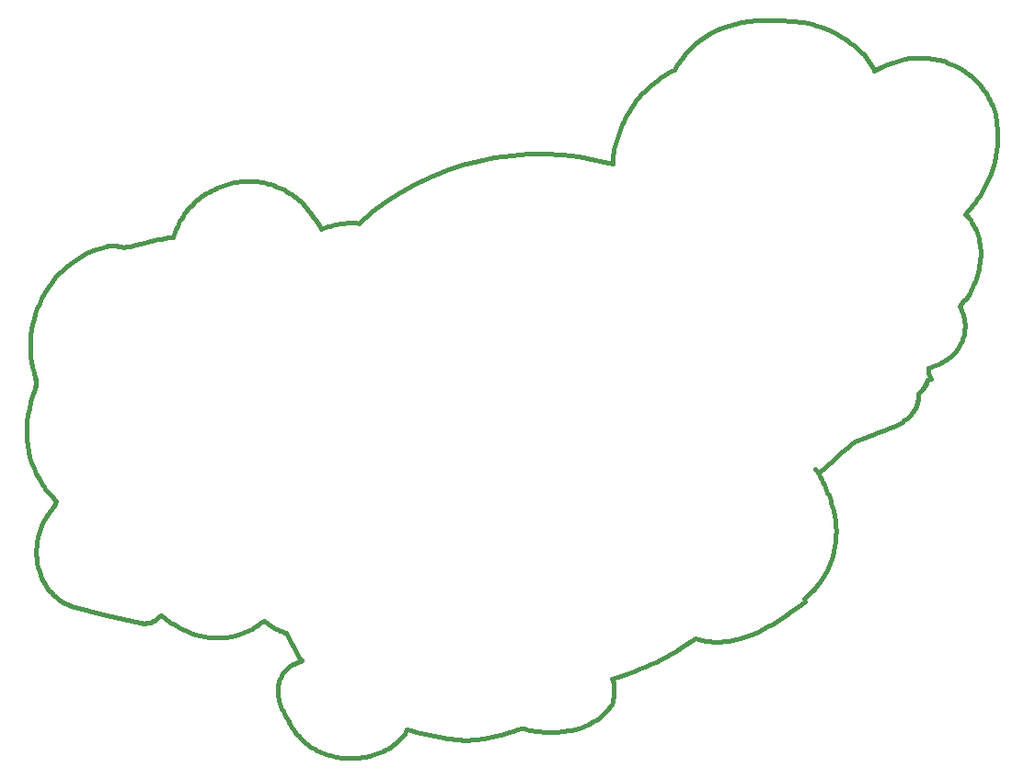
<source format=gbr>
%TF.GenerationSoftware,KiCad,Pcbnew,(6.0.1)*%
%TF.CreationDate,2022-05-04T14:42:35-07:00*%
%TF.ProjectId,Foxy_Pride,466f7879-5f50-4726-9964-652e6b696361,rev?*%
%TF.SameCoordinates,Original*%
%TF.FileFunction,Profile,NP*%
%FSLAX46Y46*%
G04 Gerber Fmt 4.6, Leading zero omitted, Abs format (unit mm)*
G04 Created by KiCad (PCBNEW (6.0.1)) date 2022-05-04 14:42:35*
%MOMM*%
%LPD*%
G01*
G04 APERTURE LIST*
%TA.AperFunction,Profile*%
%ADD10C,0.396874*%
%TD*%
G04 APERTURE END LIST*
D10*
X27615228Y-85344000D02*
X27716787Y-85655547D01*
X27716787Y-85655547D02*
X27838250Y-85956957D01*
X27838250Y-85956957D02*
X27978829Y-86247489D01*
X27978829Y-86247489D02*
X28137735Y-86526401D01*
X28137735Y-86526401D02*
X28314180Y-86792955D01*
X28314180Y-86792955D02*
X28507376Y-87046409D01*
X28507376Y-87046409D02*
X28716532Y-87286023D01*
X28716532Y-87286023D02*
X28940862Y-87511057D01*
X28940862Y-87511057D02*
X29179577Y-87720771D01*
X29179577Y-87720771D02*
X29431887Y-87914423D01*
X29431887Y-87914423D02*
X29697004Y-88091274D01*
X29697004Y-88091274D02*
X29974140Y-88250583D01*
X29974140Y-88250583D02*
X30262507Y-88391610D01*
X30262507Y-88391610D02*
X30561315Y-88513614D01*
X30561315Y-88513614D02*
X30869776Y-88615856D01*
X30869776Y-88615856D02*
X31187101Y-88697594D01*
X31187101Y-88697594D02*
X31850875Y-88847103D01*
X31850875Y-88847103D02*
X32517625Y-89006658D01*
X32517625Y-89006658D02*
X33842196Y-89336557D01*
X33842196Y-89336557D02*
X35349825Y-89712104D01*
X35349825Y-89712104D02*
X36116476Y-89894108D01*
X36116476Y-89894108D02*
X36890195Y-90066811D01*
X36890195Y-90066811D02*
X37014136Y-90088388D01*
X37014136Y-90088388D02*
X37138249Y-90101620D01*
X37138249Y-90101620D02*
X37262160Y-90106631D01*
X37262160Y-90106631D02*
X37385494Y-90103543D01*
X37385494Y-90103543D02*
X37507876Y-90092479D01*
X37507876Y-90092479D02*
X37628931Y-90073561D01*
X37628931Y-90073561D02*
X37748285Y-90046913D01*
X37748285Y-90046913D02*
X37865563Y-90012656D01*
X37865563Y-90012656D02*
X37980390Y-89970915D01*
X37980390Y-89970915D02*
X38092392Y-89921810D01*
X38092392Y-89921810D02*
X38201193Y-89865466D01*
X38201193Y-89865466D02*
X38306418Y-89802005D01*
X38306418Y-89802005D02*
X38407694Y-89731549D01*
X38407694Y-89731549D02*
X38504645Y-89654222D01*
X38504645Y-89654222D02*
X38596896Y-89570145D01*
X38596896Y-89570145D02*
X38684072Y-89479443D01*
X38684072Y-89479443D02*
X38711852Y-89451651D01*
X38711852Y-89451651D02*
X38850757Y-89332586D01*
X38850757Y-89332586D02*
X38952189Y-89424279D01*
X38952189Y-89424279D02*
X39055162Y-89514191D01*
X39055162Y-89514191D02*
X39159652Y-89602303D01*
X39159652Y-89602303D02*
X39265635Y-89688596D01*
X39265635Y-89688596D02*
X39373089Y-89773052D01*
X39373089Y-89773052D02*
X39481989Y-89855652D01*
X39481989Y-89855652D02*
X39592312Y-89936378D01*
X39592312Y-89936378D02*
X39704034Y-90015209D01*
X39704034Y-90015209D02*
X40056490Y-90257442D01*
X40056490Y-90257442D02*
X40420282Y-90477267D01*
X40420282Y-90477267D02*
X40794362Y-90674507D01*
X40794362Y-90674507D02*
X41177684Y-90848985D01*
X41177684Y-90848985D02*
X41569203Y-91000522D01*
X41569203Y-91000522D02*
X41967870Y-91128942D01*
X41967870Y-91128942D02*
X42372641Y-91234067D01*
X42372641Y-91234067D02*
X42782468Y-91315719D01*
X42782468Y-91315719D02*
X43196305Y-91373722D01*
X43196305Y-91373722D02*
X43613105Y-91407898D01*
X43613105Y-91407898D02*
X44031823Y-91418069D01*
X44031823Y-91418069D02*
X44451411Y-91404058D01*
X44451411Y-91404058D02*
X44870822Y-91365687D01*
X44870822Y-91365687D02*
X45289012Y-91302780D01*
X45289012Y-91302780D02*
X45704932Y-91215158D01*
X45704932Y-91215158D02*
X46117537Y-91102644D01*
X46117537Y-91102644D02*
X46338776Y-91020793D01*
X46338776Y-91020793D02*
X46556620Y-90930922D01*
X46556620Y-90930922D02*
X46770855Y-90833142D01*
X46770855Y-90833142D02*
X46981269Y-90727565D01*
X46981269Y-90727565D02*
X47187648Y-90614304D01*
X47187648Y-90614304D02*
X47389779Y-90493471D01*
X47389779Y-90493471D02*
X47587450Y-90365177D01*
X47587450Y-90365177D02*
X47780446Y-90229534D01*
X47780446Y-90229534D02*
X47897896Y-90150838D01*
X47897896Y-90150838D02*
X48011626Y-90076236D01*
X48011626Y-90076236D02*
X48120890Y-90006845D01*
X48120890Y-90006845D02*
X48173616Y-89974452D01*
X48173616Y-89974452D02*
X48224946Y-89943781D01*
X48224946Y-89943781D02*
X48292415Y-89904087D01*
X48292415Y-89904087D02*
X48407228Y-89992591D01*
X48407228Y-89992591D02*
X48523844Y-90078503D01*
X48523844Y-90078503D02*
X48642218Y-90161798D01*
X48642218Y-90161798D02*
X48762303Y-90242453D01*
X48762303Y-90242453D02*
X48884056Y-90320442D01*
X48884056Y-90320442D02*
X49007430Y-90395743D01*
X49007430Y-90395743D02*
X49132381Y-90468329D01*
X49132381Y-90468329D02*
X49258864Y-90538178D01*
X49258864Y-90538178D02*
X49386833Y-90605265D01*
X49386833Y-90605265D02*
X49516243Y-90669566D01*
X49516243Y-90669566D02*
X49647050Y-90731055D01*
X49647050Y-90731055D02*
X49779207Y-90789710D01*
X49779207Y-90789710D02*
X49912671Y-90845505D01*
X49912671Y-90845505D02*
X50047395Y-90898417D01*
X50047395Y-90898417D02*
X50183335Y-90948421D01*
X50183335Y-90948421D02*
X50320445Y-90995493D01*
X50320445Y-90995493D02*
X50484778Y-91322292D01*
X50484778Y-91322292D02*
X50653227Y-91646934D01*
X50653227Y-91646934D02*
X50825772Y-91969382D01*
X50825772Y-91969382D02*
X51002391Y-92289599D01*
X51002391Y-92289599D02*
X51183063Y-92607546D01*
X51183063Y-92607546D02*
X51367768Y-92923186D01*
X51367768Y-92923186D02*
X51556483Y-93236481D01*
X51556483Y-93236481D02*
X51749188Y-93547394D01*
X51749188Y-93547394D02*
X51663567Y-93577579D01*
X51663567Y-93577579D02*
X51578552Y-93609366D01*
X51578552Y-93609366D02*
X51494166Y-93642743D01*
X51494166Y-93642743D02*
X51410431Y-93677701D01*
X51410431Y-93677701D02*
X51327369Y-93714231D01*
X51327369Y-93714231D02*
X51245003Y-93752323D01*
X51245003Y-93752323D02*
X51163355Y-93791967D01*
X51163355Y-93791967D02*
X51082447Y-93833153D01*
X51082447Y-93833153D02*
X50956741Y-93899348D01*
X50956741Y-93899348D02*
X50835138Y-93971531D01*
X50835138Y-93971531D02*
X50717814Y-94049497D01*
X50717814Y-94049497D02*
X50604944Y-94133040D01*
X50604944Y-94133040D02*
X50496703Y-94221957D01*
X50496703Y-94221957D02*
X50393265Y-94316043D01*
X50393265Y-94316043D02*
X50294807Y-94415091D01*
X50294807Y-94415091D02*
X50201502Y-94518898D01*
X50201502Y-94518898D02*
X50113527Y-94627258D01*
X50113527Y-94627258D02*
X50031057Y-94739966D01*
X50031057Y-94739966D02*
X49954266Y-94856819D01*
X49954266Y-94856819D02*
X49883329Y-94977609D01*
X49883329Y-94977609D02*
X49818422Y-95102134D01*
X49818422Y-95102134D02*
X49759720Y-95230187D01*
X49759720Y-95230187D02*
X49707398Y-95361564D01*
X49707398Y-95361564D02*
X49661632Y-95496059D01*
X49661632Y-95496059D02*
X49627867Y-95628015D01*
X49627867Y-95628015D02*
X49600809Y-95759654D01*
X49600809Y-95759654D02*
X49580184Y-95890893D01*
X49580184Y-95890893D02*
X49565723Y-96021649D01*
X49565723Y-96021649D02*
X49557153Y-96151838D01*
X49557153Y-96151838D02*
X49554205Y-96281377D01*
X49554205Y-96281377D02*
X49564087Y-96538169D01*
X49564087Y-96538169D02*
X49593201Y-96791356D01*
X49593201Y-96791356D02*
X49639377Y-97040270D01*
X49639377Y-97040270D02*
X49700448Y-97284243D01*
X49700448Y-97284243D02*
X49774245Y-97522605D01*
X49774245Y-97522605D02*
X49858599Y-97754688D01*
X49858599Y-97754688D02*
X49951342Y-97979825D01*
X49951342Y-97979825D02*
X50050306Y-98197345D01*
X50050306Y-98197345D02*
X50153322Y-98406581D01*
X50153322Y-98406581D02*
X50362836Y-98797525D01*
X50362836Y-98797525D02*
X50562536Y-99147308D01*
X50562536Y-99147308D02*
X50577233Y-99171107D01*
X50577233Y-99171107D02*
X50591558Y-99194812D01*
X50591558Y-99194812D02*
X50619092Y-99241570D01*
X50619092Y-99241570D02*
X50669693Y-99329876D01*
X50669693Y-99329876D02*
X50784538Y-99521305D01*
X50784538Y-99521305D02*
X50891942Y-99697479D01*
X50891942Y-99697479D02*
X50993393Y-99859517D01*
X50993393Y-99859517D02*
X51090378Y-100008533D01*
X51090378Y-100008533D02*
X51149910Y-100091881D01*
X51149910Y-100091881D02*
X51230608Y-100198105D01*
X51230608Y-100198105D02*
X51313691Y-100302406D01*
X51313691Y-100302406D02*
X51399125Y-100404744D01*
X51399125Y-100404744D02*
X51486874Y-100505081D01*
X51486874Y-100505081D02*
X51576904Y-100603378D01*
X51576904Y-100603378D02*
X51669178Y-100699594D01*
X51669178Y-100699594D02*
X51763661Y-100793692D01*
X51763661Y-100793692D02*
X51860319Y-100885632D01*
X51860319Y-100885632D02*
X51957292Y-100974546D01*
X51957292Y-100974546D02*
X52056422Y-101060953D01*
X52056422Y-101060953D02*
X52157662Y-101144813D01*
X52157662Y-101144813D02*
X52260960Y-101226089D01*
X52260960Y-101226089D02*
X52366268Y-101304744D01*
X52366268Y-101304744D02*
X52473536Y-101380739D01*
X52473536Y-101380739D02*
X52582715Y-101454037D01*
X52582715Y-101454037D02*
X52693755Y-101524601D01*
X52693755Y-101524601D02*
X52749316Y-101556353D01*
X52749316Y-101556353D02*
X52950223Y-101670520D01*
X52950223Y-101670520D02*
X53154368Y-101777863D01*
X53154368Y-101777863D02*
X53361573Y-101878334D01*
X53361573Y-101878334D02*
X53571662Y-101971883D01*
X53571662Y-101971883D02*
X53784461Y-102058461D01*
X53784461Y-102058461D02*
X53999793Y-102138018D01*
X53999793Y-102138018D02*
X54217482Y-102210506D01*
X54217482Y-102210506D02*
X54437352Y-102275874D01*
X54437352Y-102275874D02*
X54659228Y-102334075D01*
X54659228Y-102334075D02*
X54882932Y-102385058D01*
X54882932Y-102385058D02*
X55108290Y-102428774D01*
X55108290Y-102428774D02*
X55335125Y-102465174D01*
X55335125Y-102465174D02*
X55563262Y-102494209D01*
X55563262Y-102494209D02*
X55792524Y-102515830D01*
X55792524Y-102515830D02*
X56022735Y-102529987D01*
X56022735Y-102529987D02*
X56253720Y-102536631D01*
X56253720Y-102536631D02*
X56381822Y-102535332D01*
X56381822Y-102535332D02*
X56509831Y-102531422D01*
X56509831Y-102531422D02*
X56637706Y-102524903D01*
X56637706Y-102524903D02*
X56765408Y-102515778D01*
X56765408Y-102515778D02*
X56892897Y-102504051D01*
X56892897Y-102504051D02*
X57020134Y-102489725D01*
X57020134Y-102489725D02*
X57147079Y-102472803D01*
X57147079Y-102472803D02*
X57273692Y-102453289D01*
X57273692Y-102453289D02*
X57388027Y-102437619D01*
X57388027Y-102437619D02*
X57502060Y-102420039D01*
X57502060Y-102420039D02*
X57615765Y-102400553D01*
X57615765Y-102400553D02*
X57729120Y-102379166D01*
X57729120Y-102379166D02*
X57842100Y-102355882D01*
X57842100Y-102355882D02*
X57954682Y-102330705D01*
X57954682Y-102330705D02*
X58066842Y-102303641D01*
X58066842Y-102303641D02*
X58178556Y-102274693D01*
X58178556Y-102274693D02*
X58467137Y-102194397D01*
X58467137Y-102194397D02*
X58746269Y-102102625D01*
X58746269Y-102102625D02*
X59015624Y-101999808D01*
X59015624Y-101999808D02*
X59274868Y-101886375D01*
X59274868Y-101886375D02*
X59523670Y-101762757D01*
X59523670Y-101762757D02*
X59761700Y-101629383D01*
X59761700Y-101629383D02*
X59988626Y-101486685D01*
X59988626Y-101486685D02*
X60204116Y-101335091D01*
X60204116Y-101335091D02*
X60407839Y-101175033D01*
X60407839Y-101175033D02*
X60599464Y-101006940D01*
X60599464Y-101006940D02*
X60778660Y-100831244D01*
X60778660Y-100831244D02*
X60945094Y-100648373D01*
X60945094Y-100648373D02*
X61098436Y-100458758D01*
X61098436Y-100458758D02*
X61238355Y-100262829D01*
X61238355Y-100262829D02*
X61364518Y-100061017D01*
X61364518Y-100061017D02*
X61476595Y-99853752D01*
X61476595Y-99853752D02*
X61886637Y-99971773D01*
X61886637Y-99971773D02*
X62298122Y-100084447D01*
X62298122Y-100084447D02*
X62710998Y-100191761D01*
X62710998Y-100191761D02*
X63125214Y-100293703D01*
X63125214Y-100293703D02*
X63540719Y-100390260D01*
X63540719Y-100390260D02*
X63957460Y-100481420D01*
X63957460Y-100481420D02*
X64375386Y-100567170D01*
X64375386Y-100567170D02*
X64794446Y-100647497D01*
X64794446Y-100647497D02*
X64928976Y-100670451D01*
X64928976Y-100670451D02*
X65063809Y-100691388D01*
X65063809Y-100691388D02*
X65198925Y-100710306D01*
X65198925Y-100710306D02*
X65334298Y-100727201D01*
X65334298Y-100727201D02*
X65469909Y-100742071D01*
X65469909Y-100742071D02*
X65605732Y-100754913D01*
X65605732Y-100754913D02*
X65741747Y-100765725D01*
X65741747Y-100765725D02*
X65877930Y-100774504D01*
X65877930Y-100774504D02*
X66056220Y-100789017D01*
X66056220Y-100789017D02*
X66226694Y-100804271D01*
X66226694Y-100804271D02*
X66308418Y-100812873D01*
X66308418Y-100812873D02*
X66387492Y-100822499D01*
X66387492Y-100822499D02*
X66463681Y-100833428D01*
X66463681Y-100833428D02*
X66536755Y-100845938D01*
X66536755Y-100845938D02*
X66830799Y-100854939D01*
X66830799Y-100854939D02*
X67124710Y-100853665D01*
X67124710Y-100853665D02*
X67418220Y-100842141D01*
X67418220Y-100842141D02*
X67711060Y-100820392D01*
X67711060Y-100820392D02*
X68002963Y-100788441D01*
X68002963Y-100788441D02*
X68293662Y-100746314D01*
X68293662Y-100746314D02*
X68582889Y-100694035D01*
X68582889Y-100694035D02*
X68870377Y-100631630D01*
X68870377Y-100631630D02*
X69268017Y-100549877D01*
X69268017Y-100549877D02*
X69663831Y-100460232D01*
X69663831Y-100460232D02*
X70057701Y-100362730D01*
X70057701Y-100362730D02*
X70449509Y-100257403D01*
X70449509Y-100257403D02*
X70839139Y-100144284D01*
X70839139Y-100144284D02*
X71226473Y-100023406D01*
X71226473Y-100023406D02*
X71611394Y-99894801D01*
X71611394Y-99894801D02*
X71993784Y-99758503D01*
X71993784Y-99758503D02*
X72232718Y-99820701D01*
X72232718Y-99820701D02*
X72472841Y-99877024D01*
X72472841Y-99877024D02*
X72714047Y-99927464D01*
X72714047Y-99927464D02*
X72956227Y-99972014D01*
X72956227Y-99972014D02*
X73199273Y-100010665D01*
X73199273Y-100010665D02*
X73443077Y-100043409D01*
X73443077Y-100043409D02*
X73687530Y-100070239D01*
X73687530Y-100070239D02*
X73932526Y-100091147D01*
X73932526Y-100091147D02*
X74177956Y-100106124D01*
X74177956Y-100106124D02*
X74423711Y-100115164D01*
X74423711Y-100115164D02*
X74669684Y-100118257D01*
X74669684Y-100118257D02*
X74915767Y-100115397D01*
X74915767Y-100115397D02*
X75161851Y-100106574D01*
X75161851Y-100106574D02*
X75407830Y-100091782D01*
X75407830Y-100091782D02*
X75653593Y-100071012D01*
X75653593Y-100071012D02*
X75899034Y-100044256D01*
X75899034Y-100044256D02*
X76247442Y-99994001D01*
X76247442Y-99994001D02*
X76585582Y-99931125D01*
X76585582Y-99931125D02*
X76913234Y-99855749D01*
X76913234Y-99855749D02*
X77230178Y-99767996D01*
X77230178Y-99767996D02*
X77536192Y-99667988D01*
X77536192Y-99667988D02*
X77831056Y-99555847D01*
X77831056Y-99555847D02*
X78114548Y-99431694D01*
X78114548Y-99431694D02*
X78386449Y-99295653D01*
X78386449Y-99295653D02*
X78646536Y-99147845D01*
X78646536Y-99147845D02*
X78894588Y-98988393D01*
X78894588Y-98988393D02*
X79130386Y-98817417D01*
X79130386Y-98817417D02*
X79353708Y-98635042D01*
X79353708Y-98635042D02*
X79564333Y-98441387D01*
X79564333Y-98441387D02*
X79762041Y-98236577D01*
X79762041Y-98236577D02*
X79946610Y-98020733D01*
X79946610Y-98020733D02*
X80117819Y-97793976D01*
X80117819Y-97793976D02*
X80276566Y-97567755D01*
X80276566Y-97567755D02*
X80359913Y-97305817D01*
X80359913Y-97305817D02*
X80398854Y-97178793D01*
X80398854Y-97178793D02*
X80432672Y-97050474D01*
X80432672Y-97050474D02*
X80461341Y-96921013D01*
X80461341Y-96921013D02*
X80484837Y-96790567D01*
X80484837Y-96790567D02*
X80503136Y-96659291D01*
X80503136Y-96659291D02*
X80516211Y-96527340D01*
X80516211Y-96527340D02*
X80524040Y-96394870D01*
X80524040Y-96394870D02*
X80526596Y-96262035D01*
X80526596Y-96262035D02*
X80523880Y-96124097D01*
X80523880Y-96124097D02*
X80515649Y-95986547D01*
X80515649Y-95986547D02*
X80501932Y-95849549D01*
X80501932Y-95849549D02*
X80482753Y-95713265D01*
X80482753Y-95713265D02*
X80458140Y-95577859D01*
X80458140Y-95577859D02*
X80428119Y-95443494D01*
X80428119Y-95443494D02*
X80392717Y-95310332D01*
X80392717Y-95310332D02*
X80351959Y-95178537D01*
X80351959Y-95178537D02*
X80865029Y-95025881D01*
X80865029Y-95025881D02*
X81374220Y-94862202D01*
X81374220Y-94862202D02*
X81879360Y-94687582D01*
X81879360Y-94687582D02*
X82380278Y-94502106D01*
X82380278Y-94502106D02*
X82876804Y-94305856D01*
X82876804Y-94305856D02*
X83368766Y-94098916D01*
X83368766Y-94098916D02*
X83855993Y-93881369D01*
X83855993Y-93881369D02*
X84338315Y-93653297D01*
X84338315Y-93653297D02*
X84815559Y-93414785D01*
X84815559Y-93414785D02*
X85287556Y-93165916D01*
X85287556Y-93165916D02*
X85754134Y-92906772D01*
X85754134Y-92906772D02*
X86215122Y-92637437D01*
X86215122Y-92637437D02*
X86670349Y-92357994D01*
X86670349Y-92357994D02*
X87119644Y-92068526D01*
X87119644Y-92068526D02*
X87562836Y-91769116D01*
X87562836Y-91769116D02*
X87999754Y-91459848D01*
X87999754Y-91459848D02*
X88308553Y-91567007D01*
X88308553Y-91567007D02*
X88624678Y-91654829D01*
X88624678Y-91654829D02*
X88948011Y-91723327D01*
X88948011Y-91723327D02*
X89278436Y-91772512D01*
X89278436Y-91772512D02*
X89615838Y-91802396D01*
X89615838Y-91802396D02*
X89960100Y-91812990D01*
X89960100Y-91812990D02*
X90311105Y-91804307D01*
X90311105Y-91804307D02*
X90668739Y-91776357D01*
X90668739Y-91776357D02*
X91032883Y-91729153D01*
X91032883Y-91729153D02*
X91403422Y-91662705D01*
X91403422Y-91662705D02*
X91780241Y-91577027D01*
X91780241Y-91577027D02*
X92163221Y-91472128D01*
X92163221Y-91472128D02*
X92552248Y-91348022D01*
X92552248Y-91348022D02*
X92947205Y-91204720D01*
X92947205Y-91204720D02*
X93347976Y-91042233D01*
X93347976Y-91042233D02*
X93754444Y-90860573D01*
X93754444Y-90860573D02*
X94184897Y-90646401D01*
X94184897Y-90646401D02*
X94609555Y-90421456D01*
X94609555Y-90421456D02*
X95028220Y-90185860D01*
X95028220Y-90185860D02*
X95440693Y-89939735D01*
X95440693Y-89939735D02*
X95846776Y-89683204D01*
X95846776Y-89683204D02*
X96246270Y-89416387D01*
X96246270Y-89416387D02*
X96638976Y-89139407D01*
X96638976Y-89139407D02*
X97024696Y-88852386D01*
X97024696Y-88852386D02*
X97123911Y-88780947D01*
X97123911Y-88780947D02*
X98072443Y-88114203D01*
X98072443Y-88114203D02*
X98032755Y-87884016D01*
X98032755Y-87884016D02*
X98798719Y-87090265D01*
X98798719Y-87090265D02*
X98862223Y-87050571D01*
X98862223Y-87050571D02*
X99052721Y-86820385D01*
X99052721Y-86820385D02*
X99354134Y-86447052D01*
X99354134Y-86447052D02*
X99630273Y-86058596D01*
X99630273Y-86058596D02*
X99880849Y-85656283D01*
X99880849Y-85656283D02*
X100105571Y-85241375D01*
X100105571Y-85241375D02*
X100304149Y-84815137D01*
X100304149Y-84815137D02*
X100476292Y-84378832D01*
X100476292Y-84378832D02*
X100621709Y-83933724D01*
X100621709Y-83933724D02*
X100740111Y-83481077D01*
X100740111Y-83481077D02*
X100831207Y-83022154D01*
X100831207Y-83022154D02*
X100894706Y-82558219D01*
X100894706Y-82558219D02*
X100930318Y-82090536D01*
X100930318Y-82090536D02*
X100937753Y-81620369D01*
X100937753Y-81620369D02*
X100916720Y-81148982D01*
X100916720Y-81148982D02*
X100866929Y-80677638D01*
X100866929Y-80677638D02*
X100788089Y-80207601D01*
X100788089Y-80207601D02*
X100679911Y-79740134D01*
X100679911Y-79740134D02*
X100625252Y-79498395D01*
X100625252Y-79498395D02*
X100564302Y-79258296D01*
X100564302Y-79258296D02*
X100497102Y-79019959D01*
X100497102Y-79019959D02*
X100423690Y-78783505D01*
X100423690Y-78783505D02*
X100344106Y-78549056D01*
X100344106Y-78549056D02*
X100258389Y-78316735D01*
X100258389Y-78316735D02*
X100166579Y-78086661D01*
X100166579Y-78086661D02*
X100068716Y-77858957D01*
X100068716Y-77858957D02*
X99959469Y-77617746D01*
X99959469Y-77617746D02*
X99843617Y-77371419D01*
X99843617Y-77371419D02*
X99721998Y-77121557D01*
X99721998Y-77121557D02*
X99595448Y-76869743D01*
X99595448Y-76869743D02*
X99464806Y-76617556D01*
X99464806Y-76617556D02*
X99330908Y-76366579D01*
X99330908Y-76366579D02*
X99194591Y-76118392D01*
X99194591Y-76118392D02*
X99056692Y-75874578D01*
X99056692Y-75874578D02*
X99378157Y-76223825D01*
X99378157Y-76223825D02*
X100719599Y-75033199D01*
X100719599Y-75033199D02*
X101077285Y-74718181D01*
X101077285Y-74718181D02*
X101257056Y-74561602D01*
X101257056Y-74561602D02*
X101437944Y-74406137D01*
X101437944Y-74406137D02*
X101735598Y-74151641D01*
X101735598Y-74151641D02*
X102033252Y-73894168D01*
X102033252Y-73894168D02*
X102330908Y-73633719D01*
X102330908Y-73633719D02*
X102628565Y-73370293D01*
X102628565Y-73370293D02*
X103799347Y-72921824D01*
X103799347Y-72921824D02*
X104418472Y-72687670D01*
X104418472Y-72687670D02*
X104781426Y-72552548D01*
X104781426Y-72552548D02*
X105149218Y-72413332D01*
X105149218Y-72413332D02*
X105520730Y-72267418D01*
X105520730Y-72267418D02*
X105707532Y-72191136D01*
X105707532Y-72191136D02*
X105894846Y-72112204D01*
X105894846Y-72112204D02*
X106204548Y-71977971D01*
X106204548Y-71977971D02*
X106531459Y-71827135D01*
X106531459Y-71827135D02*
X106698141Y-71743557D01*
X106698141Y-71743557D02*
X106865253Y-71653510D01*
X106865253Y-71653510D02*
X107031505Y-71556218D01*
X107031505Y-71556218D02*
X107195606Y-71450910D01*
X107195606Y-71450910D02*
X107356265Y-71336811D01*
X107356265Y-71336811D02*
X107512192Y-71213149D01*
X107512192Y-71213149D02*
X107662095Y-71079151D01*
X107662095Y-71079151D02*
X107804686Y-70934042D01*
X107804686Y-70934042D02*
X107938672Y-70777051D01*
X107938672Y-70777051D02*
X108002035Y-70693858D01*
X108002035Y-70693858D02*
X108062763Y-70607403D01*
X108062763Y-70607403D02*
X108120695Y-70517592D01*
X108120695Y-70517592D02*
X108175669Y-70424327D01*
X108175669Y-70424327D02*
X108227524Y-70327510D01*
X108227524Y-70327510D02*
X108276098Y-70227047D01*
X108276098Y-70227047D02*
X108308428Y-70151121D01*
X108308428Y-70151121D02*
X108338444Y-70074388D01*
X108338444Y-70074388D02*
X108366136Y-69996901D01*
X108366136Y-69996901D02*
X108391494Y-69918714D01*
X108391494Y-69918714D02*
X108414509Y-69839879D01*
X108414509Y-69839879D02*
X108435171Y-69760449D01*
X108435171Y-69760449D02*
X108453471Y-69680478D01*
X108453471Y-69680478D02*
X108469398Y-69600019D01*
X108469398Y-69600019D02*
X108482944Y-69519124D01*
X108482944Y-69519124D02*
X108494097Y-69437848D01*
X108494097Y-69437848D02*
X108502849Y-69356243D01*
X108502849Y-69356243D02*
X108509191Y-69274362D01*
X108509191Y-69274362D02*
X108513111Y-69192258D01*
X108513111Y-69192258D02*
X108514601Y-69109985D01*
X108514601Y-69109985D02*
X108513650Y-69027595D01*
X108513650Y-69027595D02*
X108510250Y-68945143D01*
X108510250Y-68945143D02*
X108558855Y-68905171D01*
X108558855Y-68905171D02*
X108606392Y-68864041D01*
X108606392Y-68864041D02*
X108652842Y-68821775D01*
X108652842Y-68821775D02*
X108698186Y-68778395D01*
X108698186Y-68778395D02*
X108742405Y-68733923D01*
X108742405Y-68733923D02*
X108785482Y-68688384D01*
X108785482Y-68688384D02*
X108827395Y-68641798D01*
X108827395Y-68641798D02*
X108868128Y-68594188D01*
X108868128Y-68594188D02*
X108907661Y-68545578D01*
X108907661Y-68545578D02*
X108945975Y-68495989D01*
X108945975Y-68495989D02*
X108983052Y-68445444D01*
X108983052Y-68445444D02*
X109018873Y-68393966D01*
X109018873Y-68393966D02*
X109053418Y-68341577D01*
X109053418Y-68341577D02*
X109086669Y-68288299D01*
X109086669Y-68288299D02*
X109118607Y-68234156D01*
X109118607Y-68234156D02*
X109149214Y-68179170D01*
X109149214Y-68179170D02*
X109177700Y-68125900D01*
X109177700Y-68125900D02*
X109204736Y-68071916D01*
X109204736Y-68071916D02*
X109230307Y-68017246D01*
X109230307Y-68017246D02*
X109254401Y-67961921D01*
X109254401Y-67961921D02*
X109277005Y-67905971D01*
X109277005Y-67905971D02*
X109298107Y-67849426D01*
X109298107Y-67849426D02*
X109317694Y-67792316D01*
X109317694Y-67792316D02*
X109335752Y-67734670D01*
X109335752Y-67734670D02*
X109732628Y-67583859D01*
X109732628Y-67583859D02*
X109442909Y-67135391D01*
X109442909Y-67135391D02*
X109448133Y-67068009D01*
X109448133Y-67068009D02*
X109451864Y-67000552D01*
X109451864Y-67000552D02*
X109454102Y-66933046D01*
X109454102Y-66933046D02*
X109454848Y-66865515D01*
X109454848Y-66865515D02*
X109454102Y-66797985D01*
X109454102Y-66797985D02*
X109451864Y-66730479D01*
X109451864Y-66730479D02*
X109448133Y-66663022D01*
X109448133Y-66663022D02*
X109442909Y-66595639D01*
X109442909Y-66595639D02*
X109674407Y-66523333D01*
X109674407Y-66523333D02*
X109902632Y-66442108D01*
X109902632Y-66442108D02*
X110127333Y-66352083D01*
X110127333Y-66352083D02*
X110348258Y-66253376D01*
X110348258Y-66253376D02*
X110565155Y-66146107D01*
X110565155Y-66146107D02*
X110777772Y-66030394D01*
X110777772Y-66030394D02*
X110985857Y-65906356D01*
X110985857Y-65906356D02*
X111189157Y-65774111D01*
X111189157Y-65774111D02*
X111335382Y-65670305D01*
X111335382Y-65670305D02*
X111475022Y-65560593D01*
X111475022Y-65560593D02*
X111608016Y-65445254D01*
X111608016Y-65445254D02*
X111734299Y-65324569D01*
X111734299Y-65324569D02*
X111853808Y-65198817D01*
X111853808Y-65198817D02*
X111966479Y-65068279D01*
X111966479Y-65068279D02*
X112072250Y-64933235D01*
X112072250Y-64933235D02*
X112171058Y-64793966D01*
X112171058Y-64793966D02*
X112262838Y-64650752D01*
X112262838Y-64650752D02*
X112347527Y-64503872D01*
X112347527Y-64503872D02*
X112425062Y-64353607D01*
X112425062Y-64353607D02*
X112495380Y-64200238D01*
X112495380Y-64200238D02*
X112558417Y-64044044D01*
X112558417Y-64044044D02*
X112614110Y-63885305D01*
X112614110Y-63885305D02*
X112662395Y-63724303D01*
X112662395Y-63724303D02*
X112703209Y-63561317D01*
X112703209Y-63561317D02*
X112736490Y-63396627D01*
X112736490Y-63396627D02*
X112762172Y-63230514D01*
X112762172Y-63230514D02*
X112780194Y-63063257D01*
X112780194Y-63063257D02*
X112790491Y-62895138D01*
X112790491Y-62895138D02*
X112793001Y-62726436D01*
X112793001Y-62726436D02*
X112787660Y-62557431D01*
X112787660Y-62557431D02*
X112774404Y-62388404D01*
X112774404Y-62388404D02*
X112753171Y-62219635D01*
X112753171Y-62219635D02*
X112723896Y-62051404D01*
X112723896Y-62051404D02*
X112686517Y-61883991D01*
X112686517Y-61883991D02*
X112640970Y-61717677D01*
X112640970Y-61717677D02*
X112587192Y-61552741D01*
X112587192Y-61552741D02*
X112525119Y-61389465D01*
X112525119Y-61389465D02*
X112454688Y-61228128D01*
X112454688Y-61228128D02*
X112375836Y-61069010D01*
X112375836Y-61069010D02*
X112288500Y-60912392D01*
X112288500Y-60912392D02*
X112495536Y-60688289D01*
X112495536Y-60688289D02*
X112691739Y-60456034D01*
X112691739Y-60456034D02*
X112876931Y-60216032D01*
X112876931Y-60216032D02*
X113050934Y-59968684D01*
X113050934Y-59968684D02*
X113213569Y-59714396D01*
X113213569Y-59714396D02*
X113364660Y-59453570D01*
X113364660Y-59453570D02*
X113504028Y-59186611D01*
X113504028Y-59186611D02*
X113631495Y-58913921D01*
X113631495Y-58913921D02*
X113746883Y-58635905D01*
X113746883Y-58635905D02*
X113850014Y-58352965D01*
X113850014Y-58352965D02*
X113940710Y-58065506D01*
X113940710Y-58065506D02*
X114018794Y-57773932D01*
X114018794Y-57773932D02*
X114084087Y-57478645D01*
X114084087Y-57478645D02*
X114136412Y-57180049D01*
X114136412Y-57180049D02*
X114175589Y-56878548D01*
X114175589Y-56878548D02*
X114201443Y-56574546D01*
X114201443Y-56574546D02*
X114225394Y-56301585D01*
X114225394Y-56301585D02*
X114235055Y-56029069D01*
X114235055Y-56029069D02*
X114230585Y-55757515D01*
X114230585Y-55757515D02*
X114212143Y-55487439D01*
X114212143Y-55487439D02*
X114179890Y-55219360D01*
X114179890Y-55219360D02*
X114133986Y-54953794D01*
X114133986Y-54953794D02*
X114074589Y-54691260D01*
X114074589Y-54691260D02*
X114001859Y-54432275D01*
X114001859Y-54432275D02*
X113915957Y-54177356D01*
X113915957Y-54177356D02*
X113817042Y-53927020D01*
X113817042Y-53927020D02*
X113705273Y-53681785D01*
X113705273Y-53681785D02*
X113580811Y-53442169D01*
X113580811Y-53442169D02*
X113443815Y-53208688D01*
X113443815Y-53208688D02*
X113294445Y-52981861D01*
X113294445Y-52981861D02*
X113132860Y-52762204D01*
X113132860Y-52762204D02*
X112959221Y-52550235D01*
X112959221Y-52550235D02*
X112929394Y-52519850D01*
X112929394Y-52519850D02*
X112899195Y-52488720D01*
X112899195Y-52488720D02*
X112883840Y-52473109D01*
X112883840Y-52473109D02*
X112868252Y-52457590D01*
X112868252Y-52457590D02*
X112852385Y-52442258D01*
X112852385Y-52442258D02*
X112836191Y-52427204D01*
X112836191Y-52427204D02*
X113069049Y-52162002D01*
X113069049Y-52162002D02*
X113298216Y-51890051D01*
X113298216Y-51890051D02*
X113522791Y-51611018D01*
X113522791Y-51611018D02*
X113741871Y-51324574D01*
X113741871Y-51324574D02*
X113954557Y-51030385D01*
X113954557Y-51030385D02*
X114159947Y-50728122D01*
X114159947Y-50728122D02*
X114357139Y-50417452D01*
X114357139Y-50417452D02*
X114545234Y-50098044D01*
X114545234Y-50098044D02*
X114723329Y-49769567D01*
X114723329Y-49769567D02*
X114890524Y-49431689D01*
X114890524Y-49431689D02*
X115045917Y-49084080D01*
X115045917Y-49084080D02*
X115188607Y-48726407D01*
X115188607Y-48726407D02*
X115317694Y-48358339D01*
X115317694Y-48358339D02*
X115432275Y-47979545D01*
X115432275Y-47979545D02*
X115531451Y-47589694D01*
X115531451Y-47589694D02*
X115614319Y-47188454D01*
X115614319Y-47188454D02*
X115660600Y-46944709D01*
X115660600Y-46944709D02*
X115700441Y-46700132D01*
X115700441Y-46700132D02*
X115733843Y-46454848D01*
X115733843Y-46454848D02*
X115760807Y-46208985D01*
X115760807Y-46208985D02*
X115781333Y-45962668D01*
X115781333Y-45962668D02*
X115795423Y-45716024D01*
X115795423Y-45716024D02*
X115803079Y-45469179D01*
X115803079Y-45469179D02*
X115804300Y-45222259D01*
X115804300Y-45222259D02*
X115799088Y-44975392D01*
X115799088Y-44975392D02*
X115787445Y-44728703D01*
X115787445Y-44728703D02*
X115769371Y-44482318D01*
X115769371Y-44482318D02*
X115744867Y-44236365D01*
X115744867Y-44236365D02*
X115713934Y-43990970D01*
X115713934Y-43990970D02*
X115676573Y-43746258D01*
X115676573Y-43746258D02*
X115632786Y-43502357D01*
X115632786Y-43502357D02*
X115582573Y-43259392D01*
X115582573Y-43259392D02*
X115510962Y-42986757D01*
X115510962Y-42986757D02*
X115427857Y-42718389D01*
X115427857Y-42718389D02*
X115333471Y-42454615D01*
X115333471Y-42454615D02*
X115228020Y-42195760D01*
X115228020Y-42195760D02*
X115111718Y-41942153D01*
X115111718Y-41942153D02*
X114984779Y-41694120D01*
X114984779Y-41694120D02*
X114847417Y-41451988D01*
X114847417Y-41451988D02*
X114699846Y-41216083D01*
X114699846Y-41216083D02*
X114542282Y-40986733D01*
X114542282Y-40986733D02*
X114374938Y-40764265D01*
X114374938Y-40764265D02*
X114198029Y-40549004D01*
X114198029Y-40549004D02*
X114011769Y-40341279D01*
X114011769Y-40341279D02*
X113816372Y-40141416D01*
X113816372Y-40141416D02*
X113612053Y-39949741D01*
X113612053Y-39949741D02*
X113399026Y-39766582D01*
X113399026Y-39766582D02*
X113177505Y-39592265D01*
X113177505Y-39592265D02*
X112733150Y-39272670D01*
X112733150Y-39272670D02*
X112277196Y-38989613D01*
X112277196Y-38989613D02*
X111810417Y-38743170D01*
X111810417Y-38743170D02*
X111333587Y-38533416D01*
X111333587Y-38533416D02*
X110847478Y-38360428D01*
X110847478Y-38360428D02*
X110352864Y-38224280D01*
X110352864Y-38224280D02*
X109850517Y-38125049D01*
X109850517Y-38125049D02*
X109341212Y-38062810D01*
X109341212Y-38062810D02*
X108825721Y-38037638D01*
X108825721Y-38037638D02*
X108304818Y-38049609D01*
X108304818Y-38049609D02*
X107779275Y-38098799D01*
X107779275Y-38098799D02*
X107249867Y-38185283D01*
X107249867Y-38185283D02*
X106717365Y-38309137D01*
X106717365Y-38309137D02*
X106182545Y-38470436D01*
X106182545Y-38470436D02*
X105646178Y-38669256D01*
X105646178Y-38669256D02*
X105109037Y-38905673D01*
X105109037Y-38905673D02*
X105027731Y-38944911D01*
X105027731Y-38944911D02*
X104947495Y-38985172D01*
X104947495Y-38985172D02*
X104868282Y-39026363D01*
X104868282Y-39026363D02*
X104790045Y-39068392D01*
X104790045Y-39068392D02*
X104712740Y-39111164D01*
X104712740Y-39111164D02*
X104636318Y-39154588D01*
X104636318Y-39154588D02*
X104485941Y-39243017D01*
X104485941Y-39243017D02*
X104351794Y-38985017D01*
X104351794Y-38985017D02*
X104204345Y-38731916D01*
X104204345Y-38731916D02*
X104043595Y-38483714D01*
X104043595Y-38483714D02*
X103869544Y-38240411D01*
X103869544Y-38240411D02*
X103682190Y-38002007D01*
X103682190Y-38002007D02*
X103481535Y-37768502D01*
X103481535Y-37768502D02*
X103267579Y-37539896D01*
X103267579Y-37539896D02*
X103040321Y-37316189D01*
X103040321Y-37316189D02*
X102799762Y-37097380D01*
X102799762Y-37097380D02*
X102545901Y-36883471D01*
X102545901Y-36883471D02*
X102278738Y-36674461D01*
X102278738Y-36674461D02*
X101998274Y-36470349D01*
X101998274Y-36470349D02*
X101704508Y-36271136D01*
X101704508Y-36271136D02*
X101397441Y-36076823D01*
X101397441Y-36076823D02*
X101077073Y-35887408D01*
X101077073Y-35887408D02*
X100743402Y-35702892D01*
X100743402Y-35702892D02*
X100347933Y-35506677D01*
X100347933Y-35506677D02*
X99950661Y-35335147D01*
X99950661Y-35335147D02*
X99552110Y-35186662D01*
X99552110Y-35186662D02*
X99152803Y-35059583D01*
X99152803Y-35059583D02*
X98753264Y-34952269D01*
X98753264Y-34952269D02*
X98354015Y-34863083D01*
X98354015Y-34863083D02*
X97955580Y-34790384D01*
X97955580Y-34790384D02*
X97558482Y-34732533D01*
X97558482Y-34732533D02*
X97163245Y-34687890D01*
X97163245Y-34687890D02*
X96770391Y-34654817D01*
X96770391Y-34654817D02*
X95993927Y-34616819D01*
X95993927Y-34616819D02*
X95233275Y-34605424D01*
X95233275Y-34605424D02*
X94492622Y-34607517D01*
X94492622Y-34607517D02*
X94278315Y-34607517D01*
X94278315Y-34607517D02*
X93592101Y-34626770D01*
X93592101Y-34626770D02*
X92925473Y-34684148D01*
X92925473Y-34684148D02*
X92279135Y-34779082D01*
X92279135Y-34779082D02*
X91653791Y-34911002D01*
X91653791Y-34911002D02*
X91050142Y-35079339D01*
X91050142Y-35079339D02*
X90468894Y-35283522D01*
X90468894Y-35283522D02*
X89910749Y-35522982D01*
X89910749Y-35522982D02*
X89376411Y-35797150D01*
X89376411Y-35797150D02*
X88866583Y-36105455D01*
X88866583Y-36105455D02*
X88381968Y-36447327D01*
X88381968Y-36447327D02*
X87923271Y-36822198D01*
X87923271Y-36822198D02*
X87491194Y-37229496D01*
X87491194Y-37229496D02*
X87086441Y-37668654D01*
X87086441Y-37668654D02*
X86709714Y-38139100D01*
X86709714Y-38139100D02*
X86361719Y-38640265D01*
X86361719Y-38640265D02*
X86043158Y-39171579D01*
X86043158Y-39171579D02*
X85844723Y-39266829D01*
X85844723Y-39266829D02*
X85497531Y-39452578D01*
X85497531Y-39452578D02*
X85159019Y-39651518D01*
X85159019Y-39651518D02*
X84829515Y-39863317D01*
X84829515Y-39863317D02*
X84509347Y-40087644D01*
X84509347Y-40087644D02*
X84198842Y-40324169D01*
X84198842Y-40324169D02*
X83898329Y-40572562D01*
X83898329Y-40572562D02*
X83608134Y-40832490D01*
X83608134Y-40832490D02*
X83328587Y-41103624D01*
X83328587Y-41103624D02*
X83060014Y-41385633D01*
X83060014Y-41385633D02*
X82802743Y-41678186D01*
X82802743Y-41678186D02*
X82557102Y-41980952D01*
X82557102Y-41980952D02*
X82323418Y-42293601D01*
X82323418Y-42293601D02*
X82102020Y-42615802D01*
X82102020Y-42615802D02*
X81893235Y-42947224D01*
X81893235Y-42947224D02*
X81697392Y-43287536D01*
X81697392Y-43287536D02*
X81514816Y-43636407D01*
X81514816Y-43636407D02*
X81389630Y-43880623D01*
X81389630Y-43880623D02*
X81271387Y-44127868D01*
X81271387Y-44127868D02*
X81160125Y-44377992D01*
X81160125Y-44377992D02*
X81055888Y-44630845D01*
X81055888Y-44630845D02*
X80958716Y-44886277D01*
X80958716Y-44886277D02*
X80868650Y-45144139D01*
X80868650Y-45144139D02*
X80785731Y-45404281D01*
X80785731Y-45404281D02*
X80710000Y-45666553D01*
X80710000Y-45666553D02*
X80641498Y-45930805D01*
X80641498Y-45930805D02*
X80580266Y-46196888D01*
X80580266Y-46196888D02*
X80526346Y-46464652D01*
X80526346Y-46464652D02*
X80479778Y-46733946D01*
X80479778Y-46733946D02*
X80440603Y-47004622D01*
X80440603Y-47004622D02*
X80408863Y-47276529D01*
X80408863Y-47276529D02*
X80384598Y-47549518D01*
X80384598Y-47549518D02*
X80367849Y-47823439D01*
X80367849Y-47823439D02*
X78825148Y-47436888D01*
X78825148Y-47436888D02*
X77272380Y-47152210D01*
X77272380Y-47152210D02*
X75714130Y-46968336D01*
X75714130Y-46968336D02*
X74154980Y-46884197D01*
X74154980Y-46884197D02*
X72599516Y-46898722D01*
X72599516Y-46898722D02*
X71052320Y-47010844D01*
X71052320Y-47010844D02*
X69517975Y-47219492D01*
X69517975Y-47219492D02*
X68001066Y-47523597D01*
X68001066Y-47523597D02*
X66506176Y-47922091D01*
X66506176Y-47922091D02*
X65037889Y-48413903D01*
X65037889Y-48413903D02*
X63600788Y-48997965D01*
X63600788Y-48997965D02*
X62199457Y-49673207D01*
X62199457Y-49673207D02*
X60838479Y-50438560D01*
X60838479Y-50438560D02*
X59522439Y-51292955D01*
X59522439Y-51292955D02*
X58255919Y-52235322D01*
X58255919Y-52235322D02*
X57043503Y-53264593D01*
X57043503Y-53264593D02*
X56818698Y-53247648D01*
X56818698Y-53247648D02*
X56593865Y-53237816D01*
X56593865Y-53237816D02*
X56369168Y-53235069D01*
X56369168Y-53235069D02*
X56144771Y-53239383D01*
X56144771Y-53239383D02*
X55920838Y-53250729D01*
X55920838Y-53250729D02*
X55697533Y-53269082D01*
X55697533Y-53269082D02*
X55475020Y-53294415D01*
X55475020Y-53294415D02*
X55253464Y-53326701D01*
X55253464Y-53326701D02*
X55033028Y-53365914D01*
X55033028Y-53365914D02*
X54813877Y-53412027D01*
X54813877Y-53412027D02*
X54596174Y-53465014D01*
X54596174Y-53465014D02*
X54380085Y-53524848D01*
X54380085Y-53524848D02*
X54165772Y-53591503D01*
X54165772Y-53591503D02*
X53953400Y-53664952D01*
X53953400Y-53664952D02*
X53743134Y-53745168D01*
X53743134Y-53745168D02*
X53535136Y-53832125D01*
X53535136Y-53832125D02*
X53356540Y-53490814D01*
X53356540Y-53490814D02*
X53216632Y-53239922D01*
X53216632Y-53239922D02*
X53069417Y-52995591D01*
X53069417Y-52995591D02*
X52915121Y-52757961D01*
X52915121Y-52757961D02*
X52753971Y-52527175D01*
X52753971Y-52527175D02*
X52586194Y-52303374D01*
X52586194Y-52303374D02*
X52412015Y-52086699D01*
X52412015Y-52086699D02*
X52231663Y-51877293D01*
X52231663Y-51877293D02*
X52045363Y-51675297D01*
X52045363Y-51675297D02*
X51853343Y-51480853D01*
X51853343Y-51480853D02*
X51655829Y-51294102D01*
X51655829Y-51294102D02*
X51453047Y-51115187D01*
X51453047Y-51115187D02*
X51245226Y-50944249D01*
X51245226Y-50944249D02*
X51032590Y-50781429D01*
X51032590Y-50781429D02*
X50815368Y-50626870D01*
X50815368Y-50626870D02*
X50593786Y-50480713D01*
X50593786Y-50480713D02*
X50368070Y-50343099D01*
X50368070Y-50343099D02*
X50138447Y-50214172D01*
X50138447Y-50214172D02*
X49905145Y-50094071D01*
X49905145Y-50094071D02*
X49668389Y-49982939D01*
X49668389Y-49982939D02*
X49428407Y-49880918D01*
X49428407Y-49880918D02*
X49185424Y-49788150D01*
X49185424Y-49788150D02*
X48939669Y-49704775D01*
X48939669Y-49704775D02*
X48691367Y-49630936D01*
X48691367Y-49630936D02*
X48440746Y-49566775D01*
X48440746Y-49566775D02*
X48188032Y-49512433D01*
X48188032Y-49512433D02*
X47933452Y-49468051D01*
X47933452Y-49468051D02*
X47677232Y-49433773D01*
X47677232Y-49433773D02*
X47419600Y-49409738D01*
X47419600Y-49409738D02*
X47160781Y-49396090D01*
X47160781Y-49396090D02*
X46901004Y-49392969D01*
X46901004Y-49392969D02*
X46640493Y-49400517D01*
X46640493Y-49400517D02*
X46379477Y-49418877D01*
X46379477Y-49418877D02*
X46099640Y-49447041D01*
X46099640Y-49447041D02*
X45821694Y-49485392D01*
X45821694Y-49485392D02*
X45545902Y-49533826D01*
X45545902Y-49533826D02*
X45272526Y-49592240D01*
X45272526Y-49592240D02*
X45001827Y-49660532D01*
X45001827Y-49660532D02*
X44734068Y-49738598D01*
X44734068Y-49738598D02*
X44469511Y-49826336D01*
X44469511Y-49826336D02*
X44208417Y-49923641D01*
X44208417Y-49923641D02*
X43951049Y-50030411D01*
X43951049Y-50030411D02*
X43697668Y-50146543D01*
X43697668Y-50146543D02*
X43448536Y-50271934D01*
X43448536Y-50271934D02*
X43203917Y-50406480D01*
X43203917Y-50406480D02*
X42964070Y-50550078D01*
X42964070Y-50550078D02*
X42729259Y-50702626D01*
X42729259Y-50702626D02*
X42499745Y-50864020D01*
X42499745Y-50864020D02*
X42275791Y-51034158D01*
X42275791Y-51034158D02*
X42067949Y-51208511D01*
X42067949Y-51208511D02*
X41867651Y-51390386D01*
X41867651Y-51390386D02*
X41675066Y-51579525D01*
X41675066Y-51579525D02*
X41490362Y-51775671D01*
X41490362Y-51775671D02*
X41313709Y-51978566D01*
X41313709Y-51978566D02*
X41145274Y-52187952D01*
X41145274Y-52187952D02*
X40985227Y-52403574D01*
X40985227Y-52403574D02*
X40833737Y-52625171D01*
X40833737Y-52625171D02*
X40690972Y-52852489D01*
X40690972Y-52852489D02*
X40557101Y-53085267D01*
X40557101Y-53085267D02*
X40432293Y-53323251D01*
X40432293Y-53323251D02*
X40316717Y-53566181D01*
X40316717Y-53566181D02*
X40210541Y-53813800D01*
X40210541Y-53813800D02*
X40113934Y-54065852D01*
X40113934Y-54065852D02*
X40027066Y-54322077D01*
X40027066Y-54322077D02*
X39950104Y-54582220D01*
X39950104Y-54582220D02*
X39803259Y-54582220D01*
X39803259Y-54582220D02*
X39481003Y-54613451D01*
X39481003Y-54613451D02*
X39159991Y-54653981D01*
X39159991Y-54653981D02*
X38840421Y-54703772D01*
X38840421Y-54703772D02*
X38522494Y-54762782D01*
X38522494Y-54762782D02*
X38206409Y-54830971D01*
X38206409Y-54830971D02*
X37892364Y-54908300D01*
X37892364Y-54908300D02*
X37580560Y-54994729D01*
X37580560Y-54994729D02*
X37271196Y-55090217D01*
X37271196Y-55090217D02*
X36883716Y-55199715D01*
X36883716Y-55199715D02*
X36528048Y-55294237D01*
X36528048Y-55294237D02*
X36199913Y-55371085D01*
X36199913Y-55371085D02*
X36044833Y-55402039D01*
X36044833Y-55402039D02*
X35895032Y-55427562D01*
X35895032Y-55427562D02*
X35749975Y-55447319D01*
X35749975Y-55447319D02*
X35609127Y-55460971D01*
X35609127Y-55460971D02*
X35471953Y-55468182D01*
X35471953Y-55468182D02*
X35337919Y-55468614D01*
X35337919Y-55468614D02*
X35206489Y-55461931D01*
X35206489Y-55461931D02*
X35077128Y-55447794D01*
X35077128Y-55447794D02*
X34949303Y-55425867D01*
X34949303Y-55425867D02*
X34822477Y-55395813D01*
X34822477Y-55395813D02*
X34753924Y-55378509D01*
X34753924Y-55378509D02*
X34684943Y-55363822D01*
X34684943Y-55363822D02*
X34615606Y-55351747D01*
X34615606Y-55351747D02*
X34545987Y-55342284D01*
X34545987Y-55342284D02*
X34476159Y-55335430D01*
X34476159Y-55335430D02*
X34406195Y-55331182D01*
X34406195Y-55331182D02*
X34336169Y-55329538D01*
X34336169Y-55329538D02*
X34266153Y-55330495D01*
X34266153Y-55330495D02*
X34196221Y-55334052D01*
X34196221Y-55334052D02*
X34126446Y-55340206D01*
X34126446Y-55340206D02*
X34056901Y-55348954D01*
X34056901Y-55348954D02*
X33987660Y-55360294D01*
X33987660Y-55360294D02*
X33918796Y-55374225D01*
X33918796Y-55374225D02*
X33850381Y-55390742D01*
X33850381Y-55390742D02*
X33782490Y-55409845D01*
X33782490Y-55409845D02*
X33715195Y-55431530D01*
X33715195Y-55431530D02*
X33270138Y-55553934D01*
X33270138Y-55553934D02*
X32834134Y-55698575D01*
X32834134Y-55698575D02*
X32407902Y-55864901D01*
X32407902Y-55864901D02*
X31992162Y-56052361D01*
X31992162Y-56052361D02*
X31587633Y-56260404D01*
X31587633Y-56260404D02*
X31195035Y-56488478D01*
X31195035Y-56488478D02*
X30815087Y-56736030D01*
X30815087Y-56736030D02*
X30448509Y-57002510D01*
X30448509Y-57002510D02*
X30096020Y-57287365D01*
X30096020Y-57287365D02*
X29758341Y-57590044D01*
X29758341Y-57590044D02*
X29436189Y-57909996D01*
X29436189Y-57909996D02*
X29130285Y-58246668D01*
X29130285Y-58246668D02*
X28841349Y-58599510D01*
X28841349Y-58599510D02*
X28570099Y-58967969D01*
X28570099Y-58967969D02*
X28317256Y-59351493D01*
X28317256Y-59351493D02*
X28083538Y-59749532D01*
X28083538Y-59749532D02*
X27839610Y-60196117D01*
X27839610Y-60196117D02*
X27620745Y-60652694D01*
X27620745Y-60652694D02*
X27427051Y-61118232D01*
X27427051Y-61118232D02*
X27258641Y-61591699D01*
X27258641Y-61591699D02*
X27115625Y-62072064D01*
X27115625Y-62072064D02*
X26998114Y-62558295D01*
X26998114Y-62558295D02*
X26906218Y-63049362D01*
X26906218Y-63049362D02*
X26840048Y-63544232D01*
X26840048Y-63544232D02*
X26799714Y-64041875D01*
X26799714Y-64041875D02*
X26785328Y-64541259D01*
X26785328Y-64541259D02*
X26797000Y-65041353D01*
X26797000Y-65041353D02*
X26834840Y-65541125D01*
X26834840Y-65541125D02*
X26898960Y-66039545D01*
X26898960Y-66039545D02*
X26989469Y-66535579D01*
X26989469Y-66535579D02*
X27106480Y-67028199D01*
X27106480Y-67028199D02*
X27250102Y-67516371D01*
X27250102Y-67516371D02*
X27265086Y-67578053D01*
X27265086Y-67578053D02*
X27277834Y-67640090D01*
X27277834Y-67640090D02*
X27288346Y-67702423D01*
X27288346Y-67702423D02*
X27296624Y-67764993D01*
X27296624Y-67764993D02*
X27302670Y-67827739D01*
X27302670Y-67827739D02*
X27306485Y-67890601D01*
X27306485Y-67890601D02*
X27308072Y-67953521D01*
X27308072Y-67953521D02*
X27307431Y-68016439D01*
X27307431Y-68016439D02*
X27304564Y-68079294D01*
X27304564Y-68079294D02*
X27299474Y-68142028D01*
X27299474Y-68142028D02*
X27292161Y-68204580D01*
X27292161Y-68204580D02*
X27282628Y-68266892D01*
X27282628Y-68266892D02*
X27270876Y-68328902D01*
X27270876Y-68328902D02*
X27256906Y-68390553D01*
X27256906Y-68390553D02*
X27240721Y-68451783D01*
X27240721Y-68451783D02*
X27222322Y-68512533D01*
X27222322Y-68512533D02*
X27010846Y-69124987D01*
X27010846Y-69124987D02*
X26833315Y-69729970D01*
X26833315Y-69729970D02*
X26689724Y-70327360D01*
X26689724Y-70327360D02*
X26580067Y-70917036D01*
X26580067Y-70917036D02*
X26504338Y-71498875D01*
X26504338Y-71498875D02*
X26462531Y-72072756D01*
X26462531Y-72072756D02*
X26454641Y-72638556D01*
X26454641Y-72638556D02*
X26480662Y-73196153D01*
X26480662Y-73196153D02*
X26540588Y-73745424D01*
X26540588Y-73745424D02*
X26634412Y-74286249D01*
X26634412Y-74286249D02*
X26762130Y-74818505D01*
X26762130Y-74818505D02*
X26923736Y-75342069D01*
X26923736Y-75342069D02*
X27119223Y-75856820D01*
X27119223Y-75856820D02*
X27348585Y-76362635D01*
X27348585Y-76362635D02*
X27611818Y-76859393D01*
X27611818Y-76859393D02*
X27908915Y-77346972D01*
X27908915Y-77346972D02*
X28049958Y-77547564D01*
X28049958Y-77547564D02*
X28195926Y-77744458D01*
X28195926Y-77744458D02*
X28346744Y-77937565D01*
X28346744Y-77937565D02*
X28502338Y-78126796D01*
X28502338Y-78126796D02*
X28662634Y-78312062D01*
X28662634Y-78312062D02*
X28827555Y-78493273D01*
X28827555Y-78493273D02*
X28997027Y-78670343D01*
X28997027Y-78670343D02*
X29170975Y-78843181D01*
X29170975Y-78843181D02*
X29149513Y-78914310D01*
X29149513Y-78914310D02*
X29125475Y-78984531D01*
X29125475Y-78984531D02*
X29098892Y-79053774D01*
X29098892Y-79053774D02*
X29069795Y-79121972D01*
X29069795Y-79121972D02*
X29038215Y-79189056D01*
X29038215Y-79189056D02*
X29004183Y-79254957D01*
X29004183Y-79254957D02*
X28967729Y-79319607D01*
X28967729Y-79319607D02*
X28928884Y-79382938D01*
X28928884Y-79382938D02*
X28667699Y-79693869D01*
X28667699Y-79693869D02*
X28429149Y-80018655D01*
X28429149Y-80018655D02*
X28213501Y-80356091D01*
X28213501Y-80356091D02*
X28021019Y-80704966D01*
X28021019Y-80704966D02*
X27851972Y-81064073D01*
X27851972Y-81064073D02*
X27706625Y-81432203D01*
X27706625Y-81432203D02*
X27585244Y-81808149D01*
X27585244Y-81808149D02*
X27488095Y-82190703D01*
X27488095Y-82190703D02*
X27415445Y-82578655D01*
X27415445Y-82578655D02*
X27367560Y-82970798D01*
X27367560Y-82970798D02*
X27344707Y-83365923D01*
X27344707Y-83365923D02*
X27347151Y-83762823D01*
X27347151Y-83762823D02*
X27375159Y-84160289D01*
X27375159Y-84160289D02*
X27428997Y-84557112D01*
X27428997Y-84557112D02*
X27508931Y-84952085D01*
X27508931Y-84952085D02*
X27615228Y-85344000D01*
X27615228Y-85344000D02*
X27615228Y-85344000D01*
M02*

</source>
